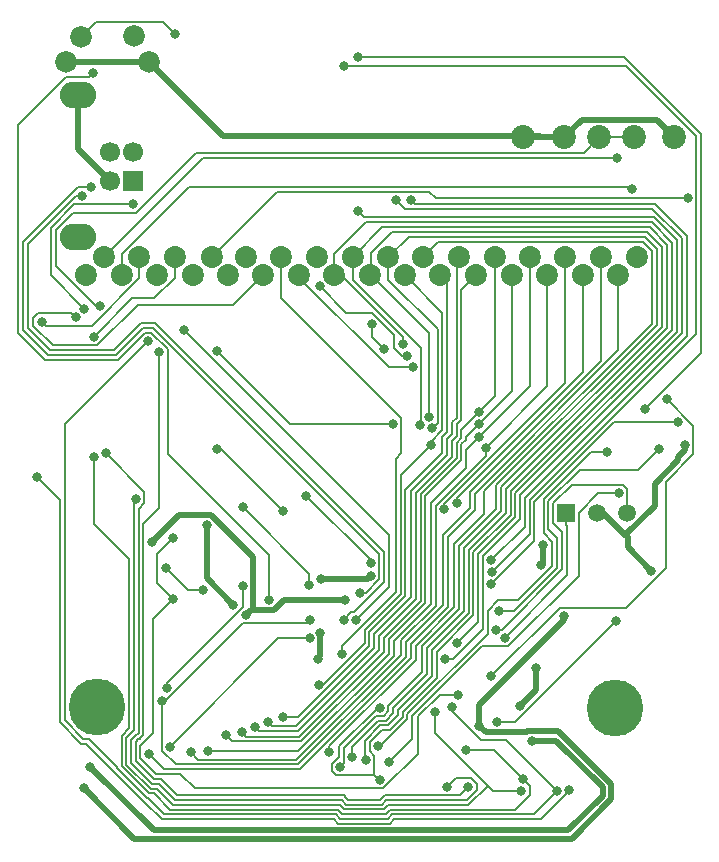
<source format=gbr>
%TF.GenerationSoftware,KiCad,Pcbnew,(6.0.2)*%
%TF.CreationDate,2022-08-25T20:59:28-05:00*%
%TF.ProjectId,REF1479,52454631-3437-4392-9e6b-696361645f70,rev?*%
%TF.SameCoordinates,Original*%
%TF.FileFunction,Copper,L2,Bot*%
%TF.FilePolarity,Positive*%
%FSLAX46Y46*%
G04 Gerber Fmt 4.6, Leading zero omitted, Abs format (unit mm)*
G04 Created by KiCad (PCBNEW (6.0.2)) date 2022-08-25 20:59:28*
%MOMM*%
%LPD*%
G01*
G04 APERTURE LIST*
%TA.AperFunction,ComponentPad*%
%ADD10R,1.500000X1.500000*%
%TD*%
%TA.AperFunction,ComponentPad*%
%ADD11C,1.500000*%
%TD*%
%TA.AperFunction,ComponentPad*%
%ADD12C,2.020000*%
%TD*%
%TA.AperFunction,ComponentPad*%
%ADD13C,1.830000*%
%TD*%
%TA.AperFunction,ComponentPad*%
%ADD14R,1.700000X1.700000*%
%TD*%
%TA.AperFunction,ComponentPad*%
%ADD15C,1.700000*%
%TD*%
%TA.AperFunction,ComponentPad*%
%ADD16O,3.090000X2.250000*%
%TD*%
%TA.AperFunction,ComponentPad*%
%ADD17C,1.860000*%
%TD*%
%TA.AperFunction,ComponentPad*%
%ADD18C,4.800000*%
%TD*%
%TA.AperFunction,ViaPad*%
%ADD19C,0.800000*%
%TD*%
%TA.AperFunction,Conductor*%
%ADD20C,0.200000*%
%TD*%
%TA.AperFunction,Conductor*%
%ADD21C,0.500000*%
%TD*%
G04 APERTURE END LIST*
D10*
%TO.P,Y1,1,1*%
%TO.N,/40MHz.Pin1*%
X168694000Y-96045000D03*
D11*
%TO.P,Y1,2,2*%
%TO.N,/GND*%
X171271000Y-96048000D03*
%TO.P,Y1,3,3*%
%TO.N,/40MHz.Pin3*%
X173853400Y-96048000D03*
%TD*%
D12*
%TO.P,J2,1,A*%
%TO.N,/GND*%
X168532000Y-64257000D03*
%TO.P,J2,2,B*%
%TO.N,/Switch*%
X171505000Y-64260000D03*
%TO.P,J2,3,C*%
X174408000Y-64259000D03*
%TO.P,J2,4,Case_GND*%
%TO.N,/GND*%
X165075000Y-64259000D03*
%TO.P,J2,5,Case_GND*%
X177857000Y-64261000D03*
%TD*%
D13*
%TO.P,SW1,1,1*%
%TO.N,/GND*%
X126373000Y-57885500D03*
%TO.P,SW1,2,2*%
%TO.N,/Button*%
X127646000Y-55742500D03*
%TO.P,SW1,3,3*%
%TO.N,/GND*%
X132097000Y-55702500D03*
%TO.P,SW1,4,4*%
X133403000Y-57885500D03*
%TD*%
D14*
%TO.P,J1,1,VBUS*%
%TO.N,/USB.VBUS*%
X132055000Y-67964000D03*
D15*
%TO.P,J1,2,D-*%
%TO.N,/USB.D-*%
X132055000Y-65464000D03*
%TO.P,J1,3,D+*%
%TO.N,/USB.D+*%
X130055000Y-65464000D03*
%TO.P,J1,4,GND*%
%TO.N,/GND*%
X130055000Y-67964000D03*
D16*
%TO.P,J1,5,Shield*%
X127345000Y-72734000D03*
X127345000Y-60694000D03*
%TD*%
D17*
%TO.P,J4,1,+3.3V/+5V*%
%TO.N,/VCC*%
X174672000Y-74406000D03*
%TO.P,J4,2,Clock*%
%TO.N,/Clk*%
X173125500Y-75914000D03*
%TO.P,J4,3,/WR*%
%TO.N,/Write*%
X171657100Y-74405900D03*
%TO.P,J4,4,/RD*%
%TO.N,/Rd_Game*%
X170109000Y-75912000D03*
%TO.P,J4,5,/CS.ROM*%
%TO.N,/CS.Rom.Game*%
X168639000Y-74406000D03*
%TO.P,J4,6,AD0*%
%TO.N,/AD0*%
X167093000Y-75914000D03*
%TO.P,J4,7,AD1*%
%TO.N,/AD1*%
X165624600Y-74405900D03*
%TO.P,J4,8,AD2*%
%TO.N,/AD2*%
X164075000Y-75913000D03*
%TO.P,J4,9,AD3*%
%TO.N,/AD3*%
X162649000Y-74407000D03*
%TO.P,J4,10,AD4*%
%TO.N,/AD4*%
X161100200Y-75914000D03*
%TO.P,J4,11,AD5*%
%TO.N,/AD5*%
X159592100Y-74405900D03*
%TO.P,J4,12,AD6*%
%TO.N,/AD6*%
X158040000Y-75914000D03*
%TO.P,J4,13,AD7*%
%TO.N,/AD7*%
X156575800Y-74405900D03*
%TO.P,J4,14,AD8*%
%TO.N,/AD8*%
X155026000Y-75914000D03*
%TO.P,J4,15,AD9*%
%TO.N,/AD9*%
X153640000Y-74405000D03*
%TO.P,J4,16,AD10*%
%TO.N,/AD10*%
X152089000Y-75915000D03*
%TO.P,J4,17,AD11*%
%TO.N,/AD11*%
X150619000Y-74406000D03*
%TO.P,J4,18,AD12*%
%TO.N,/AD12*%
X149074000Y-75913000D03*
%TO.P,J4,19,AD13*%
%TO.N,/AD13*%
X147605000Y-74407000D03*
%TO.P,J4,20,AD14*%
%TO.N,/AD14*%
X146057000Y-75915000D03*
%TO.P,J4,21,AD15*%
%TO.N,/AD15*%
X144589000Y-74405000D03*
%TO.P,J4,22,A16*%
%TO.N,/A16*%
X143044000Y-75913000D03*
%TO.P,J4,23,A17*%
%TO.N,/A17*%
X141611000Y-74404000D03*
%TO.P,J4,24,A18*%
%TO.N,/A18*%
X140067000Y-75914000D03*
%TO.P,J4,25,A19*%
%TO.N,/A19*%
X138676000Y-74409000D03*
%TO.P,J4,26,A20*%
%TO.N,/A20*%
X137125000Y-75912000D03*
%TO.P,J4,27,A21*%
%TO.N,/A21*%
X135580000Y-74407000D03*
%TO.P,J4,28,A22*%
%TO.N,/A22*%
X134073000Y-75914000D03*
%TO.P,J4,29,A23*%
%TO.N,/A23*%
X132566000Y-74407000D03*
%TO.P,J4,30,/CS.SRAM*%
%TO.N,/CS.SRAM*%
X131059000Y-75922000D03*
%TO.P,J4,31,/REQ*%
%TO.N,/REQ*%
X129544000Y-74407000D03*
%TO.P,J4,32,GND*%
%TO.N,/GND*%
X128040500Y-75914000D03*
%TD*%
D18*
%TO.P,REF1,1*%
%TO.N,N/C*%
X128945000Y-112498000D03*
%TD*%
%TO.P,REF2,1*%
%TO.N,N/C*%
X172809000Y-112540000D03*
%TD*%
D19*
%TO.N,/Cy.P0-4*%
X176534500Y-90640400D03*
X163051200Y-104333400D03*
%TO.N,/Cy.P0-5*%
X127743800Y-69200500D03*
X149883100Y-105090600D03*
%TO.N,/Cy.P0-6*%
X151220300Y-102837200D03*
X128444000Y-68477800D03*
%TO.N,/Cy.P0-7*%
X178145200Y-88366000D03*
X162347300Y-102104300D03*
%TO.N,/Cy.P1-1*%
X149845500Y-58223700D03*
X162379000Y-101082500D03*
%TO.N,/Cy.P1-3*%
X151114500Y-57495600D03*
X175361900Y-87269900D03*
%TO.N,/Cy.P1-0*%
X155579800Y-69578600D03*
X162364300Y-100066000D03*
%TO.N,/Cy.P0-3*%
X162324700Y-109885000D03*
X177211500Y-86410700D03*
%TO.N,/Cy.P0-2*%
X151052200Y-70474200D03*
X159466800Y-107073100D03*
%TO.N,/Cy.P0-0*%
X154318900Y-69572300D03*
X158425300Y-108451200D03*
%TO.N,/CS.Rom.Game*%
X158363300Y-95765700D03*
%TO.N,/Rd_Game*%
X159469100Y-95248700D03*
%TO.N,/REQ*%
X173003500Y-66025100D03*
%TO.N,/CS.SRAM*%
X174231200Y-68665400D03*
%TO.N,/A23*%
X168975000Y-119508900D03*
X123905700Y-93004600D03*
X124288700Y-79877200D03*
%TO.N,/A22*%
X167908000Y-119613200D03*
X159042500Y-112494000D03*
X133294000Y-81507900D03*
%TO.N,/A21*%
X165071600Y-118619400D03*
X160185900Y-116166900D03*
X128699200Y-91330200D03*
X128699200Y-81143500D03*
%TO.N,/A20*%
X164913000Y-119629200D03*
X157594300Y-112891200D03*
X132060600Y-69863900D03*
X127913700Y-78772800D03*
X132280700Y-94902200D03*
%TO.N,/A19*%
X162824500Y-113793700D03*
X172943900Y-105244100D03*
X178972800Y-69377300D03*
%TO.N,/A18*%
X150883300Y-105162900D03*
X136378400Y-80567800D03*
%TO.N,/A17*%
X134237200Y-82451000D03*
X160416000Y-119229100D03*
%TO.N,/A16*%
X158631100Y-119226900D03*
X129724000Y-91009700D03*
X127196700Y-79480500D03*
%TO.N,/CS.Rom.Sys*%
X134877000Y-110877600D03*
X141298300Y-102263000D03*
%TO.N,/Rd_Sys*%
X135171400Y-115844900D03*
X146968700Y-106685800D03*
%TO.N,/Write*%
X134465000Y-112008900D03*
X146971200Y-105132000D03*
%TO.N,/Clk*%
X133366400Y-116500300D03*
%TO.N,/40MHz.Pin3*%
X162760000Y-105964300D03*
%TO.N,/40MHz.Pin1*%
X163489800Y-106664400D03*
%TO.N,/Const_high*%
X137966400Y-102571300D03*
X134793900Y-100696300D03*
%TO.N,/VCC_Internal*%
X166138000Y-109223500D03*
X164772600Y-112390100D03*
X165795700Y-115337500D03*
X128398200Y-117531500D03*
X133630000Y-98549300D03*
X141606600Y-104691600D03*
X149986000Y-103401500D03*
%TO.N,/SST.A16*%
X152238200Y-80071700D03*
X153308700Y-82211300D03*
%TO.N,/AD15*%
X149687900Y-107999800D03*
%TO.N,/AD7*%
X148659200Y-116293500D03*
%TO.N,/AD14*%
X153707300Y-117161400D03*
X173169600Y-94375100D03*
X155699400Y-83742700D03*
%TO.N,/AD6*%
X144721400Y-113357800D03*
%TO.N,/AD13*%
X152790400Y-115816400D03*
X172196700Y-90865800D03*
X147824500Y-76840700D03*
X155231700Y-82795700D03*
%TO.N,/AD5*%
X143455900Y-113753100D03*
%TO.N,/AD12*%
X152941500Y-112538300D03*
X152909000Y-118663100D03*
X154848500Y-81779500D03*
%TO.N,/AD4*%
X142336100Y-114193400D03*
%TO.N,/VCC*%
X147897300Y-106200000D03*
X147672500Y-108386100D03*
X147936000Y-101670700D03*
X152186000Y-101398300D03*
X166752800Y-98740600D03*
X127852000Y-119364900D03*
X161349900Y-114113700D03*
X166584600Y-100440900D03*
X168538700Y-104810000D03*
%TO.N,/AD11*%
X156363200Y-88577400D03*
X151750600Y-116978100D03*
%TO.N,/AD3*%
X161326300Y-87496200D03*
X141218000Y-114593600D03*
%TO.N,/AD10*%
X157116300Y-87898700D03*
X150557600Y-116736800D03*
%TO.N,/AD2*%
X161334600Y-88496400D03*
X139887100Y-114890900D03*
%TO.N,/AD9*%
X149563400Y-117565700D03*
X157363400Y-88898900D03*
%TO.N,/AD1*%
X161342800Y-89621300D03*
X138377900Y-116243000D03*
%TO.N,/AD8*%
X157228500Y-90340900D03*
X147766400Y-110606600D03*
%TO.N,/AD0*%
X161886600Y-90542800D03*
X136916600Y-116295300D03*
%TO.N,/SST.A1*%
X141322100Y-95589000D03*
X146964900Y-102135700D03*
%TO.N,/SST.A5*%
X139113000Y-90673100D03*
X144730900Y-95890400D03*
%TO.N,/SST.A17*%
X139117900Y-82334400D03*
X154008800Y-88545800D03*
%TO.N,/SST.A18*%
X146692100Y-94620800D03*
X152152500Y-100310500D03*
%TO.N,/Button*%
X128662300Y-58852200D03*
X143555100Y-103450500D03*
X135606400Y-55522000D03*
%TO.N,/Switch*%
X129206000Y-78527800D03*
X135429800Y-98165500D03*
X135429100Y-103325300D03*
X159557900Y-111488700D03*
%TO.N,/GND*%
X175904200Y-100945200D03*
X178774900Y-90319200D03*
X138259500Y-97107800D03*
X140484000Y-103828900D03*
%TD*%
D20*
%TO.N,/Cy.P0-4*%
X164293800Y-104333400D02*
X163051200Y-104333400D01*
X167939800Y-100687400D02*
X164293800Y-104333400D01*
X167939800Y-98171700D02*
X167939800Y-100687400D01*
X167192000Y-97423900D02*
X167939800Y-98171700D01*
X167192000Y-95051000D02*
X167192000Y-97423900D01*
X169830800Y-92412200D02*
X167192000Y-95051000D01*
X174762700Y-92412200D02*
X169830800Y-92412200D01*
X176534500Y-90640400D02*
X174762700Y-92412200D01*
%TO.N,/Cy.P0-5*%
X150510900Y-104462800D02*
X149883100Y-105090600D01*
X150710700Y-104462800D02*
X150510900Y-104462800D01*
X153286200Y-101887300D02*
X150710700Y-104462800D01*
X153286200Y-99378400D02*
X153286200Y-101887300D01*
X133915400Y-80007600D02*
X153286200Y-99378400D01*
X132672700Y-80007600D02*
X133915400Y-80007600D01*
X130396900Y-82283400D02*
X132672700Y-80007600D01*
X125018700Y-82283400D02*
X130396900Y-82283400D01*
X123112100Y-80376800D02*
X125018700Y-82283400D01*
X123112100Y-73297600D02*
X123112100Y-80376800D01*
X127209200Y-69200500D02*
X123112100Y-73297600D01*
X127743800Y-69200500D02*
X127209200Y-69200500D01*
%TO.N,/Cy.P0-6*%
X151220300Y-102837100D02*
X151220300Y-102837200D01*
X151737300Y-102837100D02*
X151220300Y-102837100D01*
X152886100Y-101688300D02*
X151737300Y-102837100D01*
X152886100Y-99544000D02*
X152886100Y-101688300D01*
X133749800Y-80407700D02*
X152886100Y-99544000D01*
X132838400Y-80407700D02*
X133749800Y-80407700D01*
X130562600Y-82683500D02*
X132838400Y-80407700D01*
X124786100Y-82683500D02*
X130562600Y-82683500D01*
X122712000Y-80609400D02*
X124786100Y-82683500D01*
X122712000Y-73127600D02*
X122712000Y-80609400D01*
X127361800Y-68477800D02*
X122712000Y-73127600D01*
X128444000Y-68477800D02*
X127361800Y-68477800D01*
%TO.N,/Cy.P0-7*%
X165994700Y-98456900D02*
X162347300Y-102104300D01*
X165994700Y-95116600D02*
X165994700Y-98456900D01*
X172745300Y-88366000D02*
X165994700Y-95116600D01*
X178145200Y-88366000D02*
X172745300Y-88366000D01*
%TO.N,/Cy.P1-1*%
X165594500Y-97867000D02*
X162379000Y-101082500D01*
X165594500Y-94951000D02*
X165594500Y-97867000D01*
X179676400Y-80869100D02*
X165594500Y-94951000D01*
X179676400Y-64169500D02*
X179676400Y-80869100D01*
X173730600Y-58223700D02*
X179676400Y-64169500D01*
X149845500Y-58223700D02*
X173730600Y-58223700D01*
%TO.N,/Cy.P1-3*%
X173568300Y-57495600D02*
X151114500Y-57495600D01*
X180076500Y-64003800D02*
X173568300Y-57495600D01*
X180076500Y-82555300D02*
X180076500Y-64003800D01*
X175361900Y-87269900D02*
X180076500Y-82555300D01*
%TO.N,/Cy.P1-0*%
X165194400Y-97235900D02*
X162364300Y-100066000D01*
X165194400Y-94785300D02*
X165194400Y-97235900D01*
X178900100Y-81079600D02*
X165194400Y-94785300D01*
X178900100Y-72605000D02*
X178900100Y-81079600D01*
X176197400Y-69902300D02*
X178900100Y-72605000D01*
X155903500Y-69902300D02*
X176197400Y-69902300D01*
X155579800Y-69578600D02*
X155903500Y-69902300D01*
%TO.N,/Cy.P0-3*%
X179475000Y-88674200D02*
X177211500Y-86410700D01*
X179475000Y-91057900D02*
X179475000Y-88674200D01*
X177129800Y-93403100D02*
X179475000Y-91057900D01*
X177129800Y-100710000D02*
X177129800Y-93403100D01*
X173766300Y-104073500D02*
X177129800Y-100710000D01*
X168136200Y-104073500D02*
X173766300Y-104073500D01*
X162324700Y-109885000D02*
X168136200Y-104073500D01*
%TO.N,/Cy.P0-2*%
X161242100Y-105297800D02*
X159466800Y-107073100D01*
X161242100Y-99526100D02*
X161242100Y-105297800D01*
X164394200Y-96374000D02*
X161242100Y-99526100D01*
X164394200Y-94396000D02*
X164394200Y-96374000D01*
X178066900Y-80723300D02*
X164394200Y-94396000D01*
X178066900Y-72936700D02*
X178066900Y-80723300D01*
X176128600Y-70998400D02*
X178066900Y-72936700D01*
X151576400Y-70998400D02*
X176128600Y-70998400D01*
X151052200Y-70474200D02*
X151576400Y-70998400D01*
%TO.N,/Cy.P0-0*%
X159083700Y-108451200D02*
X158425300Y-108451200D01*
X161642200Y-105892700D02*
X159083700Y-108451200D01*
X161642200Y-99691800D02*
X161642200Y-105892700D01*
X164794300Y-96539700D02*
X161642200Y-99691800D01*
X164794300Y-94561700D02*
X164794300Y-96539700D01*
X178490000Y-80866000D02*
X164794300Y-94561700D01*
X178490000Y-72794000D02*
X178490000Y-80866000D01*
X175998400Y-70302400D02*
X178490000Y-72794000D01*
X155049000Y-70302400D02*
X175998400Y-70302400D01*
X154318900Y-69572300D02*
X155049000Y-70302400D01*
%TO.N,/CS.Rom.Game*%
X158363300Y-95332400D02*
X158363300Y-95765700D01*
X168639000Y-85056700D02*
X158363300Y-95332400D01*
X168639000Y-74406000D02*
X168639000Y-85056700D01*
%TO.N,/Rd_Game*%
X159469100Y-94792400D02*
X159469100Y-95248700D01*
X170109000Y-84152500D02*
X159469100Y-94792400D01*
X170109000Y-75912000D02*
X170109000Y-84152500D01*
%TO.N,/REQ*%
X137925900Y-66025100D02*
X173003500Y-66025100D01*
X129544000Y-74407000D02*
X137925900Y-66025100D01*
%TO.N,/CS.SRAM*%
X174015700Y-68449900D02*
X174231200Y-68665400D01*
X136771800Y-68449900D02*
X174015700Y-68449900D01*
X131059000Y-74162700D02*
X136771800Y-68449900D01*
X131059000Y-75922000D02*
X131059000Y-74162700D01*
%TO.N,/A23*%
X124639900Y-80228400D02*
X124288700Y-79877200D01*
X128537200Y-80228400D02*
X124639900Y-80228400D01*
X132566000Y-76199600D02*
X128537200Y-80228400D01*
X132566000Y-74407000D02*
X132566000Y-76199600D01*
X168975000Y-119574500D02*
X168975000Y-119508900D01*
X166573900Y-121975600D02*
X168975000Y-119574500D01*
X154143300Y-121975600D02*
X166573900Y-121975600D01*
X153758300Y-122360600D02*
X154143300Y-121975600D01*
X149417300Y-122360600D02*
X153758300Y-122360600D01*
X149032300Y-121975600D02*
X149417300Y-122360600D01*
X134441800Y-121975600D02*
X149032300Y-121975600D01*
X133079500Y-120613300D02*
X134441800Y-121975600D01*
X133008300Y-120613300D02*
X133079500Y-120613300D01*
X130250900Y-117855900D02*
X133008300Y-120613300D01*
X130250900Y-117784700D02*
X130250900Y-117855900D01*
X128064400Y-115598200D02*
X130250900Y-117784700D01*
X127660900Y-115598200D02*
X128064400Y-115598200D01*
X125844800Y-113782100D02*
X127660900Y-115598200D01*
X125844800Y-94943700D02*
X125844800Y-113782100D01*
X123905700Y-93004600D02*
X125844800Y-94943700D01*
%TO.N,/A22*%
X159042500Y-112819500D02*
X159042500Y-112494000D01*
X161492900Y-115269900D02*
X159042500Y-112819500D01*
X163564700Y-115269900D02*
X161492900Y-115269900D01*
X167908000Y-119613200D02*
X163564700Y-115269900D01*
X165945700Y-121575500D02*
X167908000Y-119613200D01*
X153977600Y-121575500D02*
X165945700Y-121575500D01*
X153592600Y-121960500D02*
X153977600Y-121575500D01*
X149583000Y-121960500D02*
X153592600Y-121960500D01*
X149198000Y-121575500D02*
X149583000Y-121960500D01*
X134632600Y-121575500D02*
X149198000Y-121575500D01*
X133270300Y-120213200D02*
X134632600Y-121575500D01*
X133174000Y-120213200D02*
X133270300Y-120213200D01*
X130651000Y-117690200D02*
X133174000Y-120213200D01*
X130651000Y-117593900D02*
X130651000Y-117690200D01*
X128255200Y-115198100D02*
X130651000Y-117593900D01*
X127826600Y-115198100D02*
X128255200Y-115198100D01*
X126244900Y-113616400D02*
X127826600Y-115198100D01*
X126244900Y-88557000D02*
X126244900Y-113616400D01*
X133294000Y-81507900D02*
X126244900Y-88557000D01*
%TO.N,/A21*%
X131939900Y-77902800D02*
X128699200Y-81143500D01*
X133824300Y-77902800D02*
X131939900Y-77902800D01*
X135580000Y-76147100D02*
X133824300Y-77902800D01*
X135580000Y-74407000D02*
X135580000Y-76147100D01*
X162619100Y-116166900D02*
X160185900Y-116166900D01*
X165071600Y-118619400D02*
X162619100Y-116166900D01*
X165643900Y-119191700D02*
X165071600Y-118619400D01*
X165643900Y-119936400D02*
X165643900Y-119191700D01*
X164404900Y-121175400D02*
X165643900Y-119936400D01*
X153811900Y-121175400D02*
X164404900Y-121175400D01*
X153426900Y-121560400D02*
X153811900Y-121175400D01*
X149748700Y-121560400D02*
X153426900Y-121560400D01*
X149363700Y-121175400D02*
X149748700Y-121560400D01*
X135190800Y-121175400D02*
X149363700Y-121175400D01*
X133828500Y-119813100D02*
X135190800Y-121175400D01*
X133339700Y-119813100D02*
X133828500Y-119813100D01*
X131051100Y-117524500D02*
X133339700Y-119813100D01*
X131051100Y-114925100D02*
X131051100Y-117524500D01*
X131693100Y-114283100D02*
X131051100Y-114925100D01*
X131693100Y-99974200D02*
X131693100Y-114283100D01*
X128699200Y-96980300D02*
X131693100Y-99974200D01*
X128699200Y-91330200D02*
X128699200Y-96980300D01*
%TO.N,/A20*%
X162544100Y-119629200D02*
X162059200Y-119144300D01*
X164913000Y-119629200D02*
X162544100Y-119629200D01*
X157594300Y-114679400D02*
X157594300Y-112891200D01*
X162059200Y-119144300D02*
X157594300Y-114679400D01*
X125070900Y-75930000D02*
X127913700Y-78772800D01*
X125070900Y-71921200D02*
X125070900Y-75930000D01*
X127050600Y-69941500D02*
X125070900Y-71921200D01*
X131983000Y-69941500D02*
X127050600Y-69941500D01*
X132060600Y-69863900D02*
X131983000Y-69941500D01*
X160428200Y-120775300D02*
X162059200Y-119144300D01*
X153646200Y-120775300D02*
X160428200Y-120775300D01*
X153261200Y-121160300D02*
X153646200Y-120775300D01*
X149914400Y-121160300D02*
X153261200Y-121160300D01*
X149529400Y-120775300D02*
X149914400Y-121160300D01*
X135381900Y-120775300D02*
X149529400Y-120775300D01*
X134019600Y-119413000D02*
X135381900Y-120775300D01*
X133505400Y-119413000D02*
X134019600Y-119413000D01*
X131451200Y-117358800D02*
X133505400Y-119413000D01*
X131451200Y-115090800D02*
X131451200Y-117358800D01*
X132093200Y-114448800D02*
X131451200Y-115090800D01*
X132093200Y-95089700D02*
X132093200Y-114448800D01*
X132280700Y-94902200D02*
X132093200Y-95089700D01*
%TO.N,/A19*%
X164394300Y-113793700D02*
X172943900Y-105244100D01*
X162824500Y-113793700D02*
X164394300Y-113793700D01*
X157636300Y-69377300D02*
X178972800Y-69377300D01*
X157109000Y-68850000D02*
X157636300Y-69377300D01*
X144235000Y-68850000D02*
X157109000Y-68850000D01*
X138676000Y-74409000D02*
X144235000Y-68850000D01*
%TO.N,/A18*%
X153686300Y-102359900D02*
X150883300Y-105162900D01*
X153686300Y-97919500D02*
X153686300Y-102359900D01*
X136378400Y-80611600D02*
X153686300Y-97919500D01*
X136378400Y-80567800D02*
X136378400Y-80611600D01*
%TO.N,/A17*%
X159685100Y-119960000D02*
X160416000Y-119229100D01*
X153329900Y-119960000D02*
X159685100Y-119960000D01*
X152929800Y-120360100D02*
X153329900Y-119960000D01*
X150245800Y-120360100D02*
X152929800Y-120360100D01*
X150011400Y-120125700D02*
X150245800Y-120360100D01*
X150011400Y-119960000D02*
X150011400Y-120125700D01*
X135749800Y-119960000D02*
X150011400Y-119960000D01*
X134402600Y-118612800D02*
X135749800Y-119960000D01*
X133836800Y-118612800D02*
X134402600Y-118612800D01*
X132251400Y-117027400D02*
X133836800Y-118612800D01*
X132251400Y-115422200D02*
X132251400Y-117027400D01*
X132485800Y-115187800D02*
X132251400Y-115422200D01*
X132651500Y-115187800D02*
X132485800Y-115187800D01*
X132651500Y-115107700D02*
X132651500Y-115187800D01*
X132893500Y-114865700D02*
X132651500Y-115107700D01*
X132893500Y-97014700D02*
X132893500Y-114865700D01*
X134237200Y-95671000D02*
X132893500Y-97014700D01*
X134237200Y-82451000D02*
X134237200Y-95671000D01*
%TO.N,/A16*%
X126808300Y-79092100D02*
X127196700Y-79480500D01*
X124021600Y-79092100D02*
X126808300Y-79092100D01*
X123564400Y-79549300D02*
X124021600Y-79092100D01*
X123564400Y-80190900D02*
X123564400Y-79549300D01*
X125256800Y-81883300D02*
X123564400Y-80190900D01*
X128999200Y-81883300D02*
X125256800Y-81883300D01*
X132438100Y-78444400D02*
X128999200Y-81883300D01*
X140512600Y-78444400D02*
X132438100Y-78444400D01*
X143044000Y-75913000D02*
X140512600Y-78444400D01*
X159375000Y-118483000D02*
X158631100Y-119226900D01*
X160665700Y-118483000D02*
X159375000Y-118483000D01*
X161155100Y-118972400D02*
X160665700Y-118483000D01*
X161155100Y-119482600D02*
X161155100Y-118972400D01*
X160262500Y-120375200D02*
X161155100Y-119482600D01*
X153480500Y-120375200D02*
X160262500Y-120375200D01*
X153095500Y-120760200D02*
X153480500Y-120375200D01*
X150080100Y-120760200D02*
X153095500Y-120760200D01*
X149695100Y-120375200D02*
X150080100Y-120760200D01*
X135596700Y-120375200D02*
X149695100Y-120375200D01*
X134234400Y-119012900D02*
X135596700Y-120375200D01*
X133671100Y-119012900D02*
X134234400Y-119012900D01*
X131851300Y-117193100D02*
X133671100Y-119012900D01*
X131851300Y-115256500D02*
X131851300Y-117193100D01*
X132320100Y-114787700D02*
X131851300Y-115256500D01*
X132405700Y-114787700D02*
X132320100Y-114787700D01*
X132493300Y-114700100D02*
X132405700Y-114787700D01*
X132493300Y-95689600D02*
X132493300Y-114700100D01*
X132980900Y-95202000D02*
X132493300Y-95689600D01*
X132980900Y-94266600D02*
X132980900Y-95202000D01*
X129724000Y-91009700D02*
X132980900Y-94266600D01*
%TO.N,/CS.Rom.Sys*%
X134877000Y-110431200D02*
X134877000Y-110877600D01*
X141298300Y-104009900D02*
X134877000Y-110431200D01*
X141298300Y-102263000D02*
X141298300Y-104009900D01*
%TO.N,/Rd_Sys*%
X144330500Y-106685800D02*
X146968700Y-106685800D01*
X135171400Y-115844900D02*
X144330500Y-106685800D01*
%TO.N,/Write*%
X146711500Y-105391700D02*
X146971200Y-105132000D01*
X141352900Y-105391700D02*
X146711500Y-105391700D01*
X134735700Y-112008900D02*
X141352900Y-105391700D01*
X134465000Y-112008900D02*
X134735700Y-112008900D01*
X134465000Y-116179800D02*
X134465000Y-112008900D01*
X135628400Y-117343200D02*
X134465000Y-116179800D01*
X146015100Y-117343200D02*
X135628400Y-117343200D01*
X155142500Y-108215800D02*
X146015100Y-117343200D01*
X155142500Y-106986200D02*
X155142500Y-108215800D01*
X158286000Y-103842700D02*
X155142500Y-106986200D01*
X158286000Y-97955800D02*
X158286000Y-103842700D01*
X160562300Y-95679500D02*
X158286000Y-97955800D01*
X160562300Y-94267300D02*
X160562300Y-95679500D01*
X171657100Y-83172500D02*
X160562300Y-94267300D01*
X171657100Y-74405900D02*
X171657100Y-83172500D01*
%TO.N,/Clk*%
X134609400Y-117743300D02*
X133366400Y-116500300D01*
X146180800Y-117743300D02*
X134609400Y-117743300D01*
X155542600Y-108381500D02*
X146180800Y-117743300D01*
X155542600Y-107151900D02*
X155542600Y-108381500D01*
X158686100Y-104008400D02*
X155542600Y-107151900D01*
X158686100Y-98121500D02*
X158686100Y-104008400D01*
X160962400Y-95845200D02*
X158686100Y-98121500D01*
X160962400Y-94433000D02*
X160962400Y-95845200D01*
X173125500Y-82269900D02*
X160962400Y-94433000D01*
X173125500Y-75914000D02*
X173125500Y-82269900D01*
%TO.N,/40MHz.Pin3*%
X173881700Y-96019700D02*
X173853400Y-96048000D01*
X173881700Y-94030600D02*
X173881700Y-96019700D01*
X173509800Y-93658700D02*
X173881700Y-94030600D01*
X169150000Y-93658700D02*
X173509800Y-93658700D01*
X167595000Y-95213700D02*
X169150000Y-93658700D01*
X167595000Y-96895100D02*
X167595000Y-95213700D01*
X168383500Y-97683600D02*
X167595000Y-96895100D01*
X168383500Y-100828000D02*
X168383500Y-97683600D01*
X163247200Y-105964300D02*
X168383500Y-100828000D01*
X162760000Y-105964300D02*
X163247200Y-105964300D01*
%TO.N,/40MHz.Pin1*%
X168800500Y-97201600D02*
X168694000Y-97095100D01*
X168800500Y-101353700D02*
X168800500Y-97201600D01*
X163489800Y-106664400D02*
X168800500Y-101353700D01*
X168694000Y-96045000D02*
X168694000Y-97095100D01*
%TO.N,/Const_high*%
X136668900Y-102571300D02*
X134793900Y-100696300D01*
X137966400Y-102571300D02*
X136668900Y-102571300D01*
D21*
%TO.N,/VCC_Internal*%
X167868100Y-115337500D02*
X165795700Y-115337500D01*
X171804700Y-119274100D02*
X167868100Y-115337500D01*
X171804700Y-119999300D02*
X171804700Y-119274100D01*
X168878200Y-122925800D02*
X171804700Y-119999300D01*
X133792500Y-122925800D02*
X168878200Y-122925800D01*
X128398200Y-117531500D02*
X133792500Y-122925800D01*
X144845600Y-103401500D02*
X149986000Y-103401500D01*
X143927600Y-104319500D02*
X144845600Y-103401500D01*
X142148400Y-104319500D02*
X143927600Y-104319500D01*
X141978700Y-104319500D02*
X142148400Y-104319500D01*
X141606600Y-104691600D02*
X141978700Y-104319500D01*
X135951200Y-96228100D02*
X133630000Y-98549300D01*
X138594600Y-96228100D02*
X135951200Y-96228100D01*
X142148400Y-99781900D02*
X138594600Y-96228100D01*
X142148400Y-104319500D02*
X142148400Y-99781900D01*
X166138000Y-111024700D02*
X164772600Y-112390100D01*
X166138000Y-109223500D02*
X166138000Y-111024700D01*
D20*
%TO.N,/SST.A16*%
X152238200Y-81140800D02*
X152238200Y-80071700D01*
X153308700Y-82211300D02*
X152238200Y-81140800D01*
%TO.N,/AD15*%
X149687900Y-107348600D02*
X149687900Y-107999800D01*
X154285000Y-102751500D02*
X149687900Y-107348600D01*
X154285000Y-91468700D02*
X154285000Y-102751500D01*
X154734700Y-91019000D02*
X154285000Y-91468700D01*
X154734700Y-88037800D02*
X154734700Y-91019000D01*
X144589000Y-77892100D02*
X154734700Y-88037800D01*
X144589000Y-74405000D02*
X144589000Y-77892100D01*
%TO.N,/AD7*%
X148659200Y-115830600D02*
X148659200Y-116293500D01*
X155942700Y-108547100D02*
X148659200Y-115830600D01*
X155942700Y-107317600D02*
X155942700Y-108547100D01*
X159241600Y-104018700D02*
X155942700Y-107317600D01*
X159241600Y-98697600D02*
X159241600Y-104018700D01*
X161762600Y-96176600D02*
X159241600Y-98697600D01*
X161762600Y-94198600D02*
X161762600Y-96176600D01*
X175935700Y-80025500D02*
X161762600Y-94198600D01*
X175935700Y-73921100D02*
X175935700Y-80025500D01*
X175170300Y-73155700D02*
X175935700Y-73921100D01*
X157826000Y-73155700D02*
X175170300Y-73155700D01*
X156575800Y-74405900D02*
X157826000Y-73155700D01*
%TO.N,/AD14*%
X153672400Y-83742700D02*
X155699400Y-83742700D01*
X146057000Y-76127300D02*
X153672400Y-83742700D01*
X146057000Y-75915000D02*
X146057000Y-76127300D01*
X155642300Y-115226400D02*
X153707300Y-117161400D01*
X155642300Y-113261600D02*
X155642300Y-115226400D01*
X161539400Y-107364500D02*
X155642300Y-113261600D01*
X163805300Y-107364500D02*
X161539400Y-107364500D01*
X169744200Y-101425600D02*
X163805300Y-107364500D01*
X169744200Y-96046900D02*
X169744200Y-101425600D01*
X171416000Y-94375100D02*
X169744200Y-96046900D01*
X173169600Y-94375100D02*
X171416000Y-94375100D01*
%TO.N,/AD6*%
X146014700Y-113357800D02*
X144721400Y-113357800D01*
X152038500Y-107334000D02*
X146014700Y-113357800D01*
X152038500Y-106129600D02*
X152038500Y-107334000D01*
X155085200Y-103082900D02*
X152038500Y-106129600D01*
X155085200Y-94084100D02*
X155085200Y-103082900D01*
X158216600Y-90952700D02*
X155085200Y-94084100D01*
X158216600Y-89601700D02*
X158216600Y-90952700D01*
X158616700Y-89201600D02*
X158216600Y-89601700D01*
X158616700Y-76490700D02*
X158616700Y-89201600D01*
X158040000Y-75914000D02*
X158616700Y-76490700D01*
%TO.N,/AD13*%
X150079100Y-79095300D02*
X147824500Y-76840700D01*
X152256300Y-79095300D02*
X150079100Y-79095300D01*
X154127800Y-80966800D02*
X152256300Y-79095300D01*
X154127800Y-82110200D02*
X154127800Y-80966800D01*
X154813300Y-82795700D02*
X154127800Y-82110200D01*
X155231700Y-82795700D02*
X154813300Y-82795700D01*
X152955400Y-115816400D02*
X152790400Y-115816400D01*
X155242100Y-113529700D02*
X152955400Y-115816400D01*
X155242100Y-113096000D02*
X155242100Y-113529700D01*
X162042300Y-106295800D02*
X155242100Y-113096000D01*
X162042300Y-104332000D02*
X162042300Y-106295800D01*
X162961500Y-103412800D02*
X162042300Y-104332000D01*
X164602800Y-103412800D02*
X162961500Y-103412800D01*
X167496800Y-100518800D02*
X164602800Y-103412800D01*
X167496800Y-98494300D02*
X167496800Y-100518800D01*
X166788100Y-97785600D02*
X167496800Y-98494300D01*
X166788100Y-94889000D02*
X166788100Y-97785600D01*
X170811300Y-90865800D02*
X166788100Y-94889000D01*
X172196700Y-90865800D02*
X170811300Y-90865800D01*
%TO.N,/AD5*%
X143786100Y-114083300D02*
X143455900Y-113753100D01*
X145855000Y-114083300D02*
X143786100Y-114083300D01*
X152438600Y-107499700D02*
X145855000Y-114083300D01*
X152438600Y-106295300D02*
X152438600Y-107499700D01*
X155568100Y-103165800D02*
X152438600Y-106295300D01*
X155568100Y-94167000D02*
X155568100Y-103165800D01*
X158616700Y-91118400D02*
X155568100Y-94167000D01*
X158616700Y-89767400D02*
X158616700Y-91118400D01*
X159016800Y-89367300D02*
X158616700Y-89767400D01*
X159016800Y-88391300D02*
X159016800Y-89367300D01*
X159416900Y-87991200D02*
X159016800Y-88391300D01*
X159416900Y-74581100D02*
X159416900Y-87991200D01*
X159592100Y-74405900D02*
X159416900Y-74581100D01*
%TO.N,/AD12*%
X152835800Y-118663100D02*
X152454900Y-118282200D01*
X152909000Y-118663100D02*
X152835800Y-118663100D01*
X154848500Y-81121700D02*
X154848500Y-81779500D01*
X149639800Y-75913000D02*
X154848500Y-81121700D01*
X149074000Y-75913000D02*
X149639800Y-75913000D01*
X152751700Y-112538300D02*
X152941500Y-112538300D01*
X149457300Y-115832700D02*
X152751700Y-112538300D01*
X149457300Y-116681500D02*
X149457300Y-115832700D01*
X148837000Y-117301800D02*
X149457300Y-116681500D01*
X148837000Y-117901400D02*
X148837000Y-117301800D01*
X149217800Y-118282200D02*
X148837000Y-117901400D01*
X152454900Y-118282200D02*
X149217800Y-118282200D01*
X152454900Y-116626800D02*
X152454900Y-118282200D01*
X152063600Y-116235500D02*
X152454900Y-116626800D01*
X152063600Y-115489600D02*
X152063600Y-116235500D01*
X153114500Y-114438700D02*
X152063600Y-115489600D01*
X153767300Y-114438700D02*
X153114500Y-114438700D01*
X154842000Y-113364000D02*
X153767300Y-114438700D01*
X154842000Y-112930300D02*
X154842000Y-113364000D01*
X157725100Y-110047200D02*
X154842000Y-112930300D01*
X157725100Y-107798400D02*
X157725100Y-110047200D01*
X160842000Y-104681500D02*
X157725100Y-107798400D01*
X160842000Y-99360400D02*
X160842000Y-104681500D01*
X163994100Y-96208300D02*
X160842000Y-99360400D01*
X163994100Y-94230300D02*
X163994100Y-96208300D01*
X177666800Y-80557600D02*
X163994100Y-94230300D01*
X177666800Y-73173100D02*
X177666800Y-80557600D01*
X175946000Y-71452300D02*
X177666800Y-73173100D01*
X151757700Y-71452300D02*
X175946000Y-71452300D01*
X149074000Y-74136000D02*
X151757700Y-71452300D01*
X149074000Y-75913000D02*
X149074000Y-74136000D01*
%TO.N,/AD4*%
X142666000Y-114523300D02*
X142336100Y-114193400D01*
X145980800Y-114523300D02*
X142666000Y-114523300D01*
X152838700Y-107665400D02*
X145980800Y-114523300D01*
X152838700Y-106461000D02*
X152838700Y-107665400D01*
X155968200Y-103331500D02*
X152838700Y-106461000D01*
X155968200Y-94332700D02*
X155968200Y-103331500D01*
X159016800Y-91284100D02*
X155968200Y-94332700D01*
X159016800Y-89933100D02*
X159016800Y-91284100D01*
X159416900Y-89533000D02*
X159016800Y-89933100D01*
X159416900Y-88557000D02*
X159416900Y-89533000D01*
X159817000Y-88156900D02*
X159416900Y-88557000D01*
X159817000Y-77197200D02*
X159817000Y-88156900D01*
X161100200Y-75914000D02*
X159817000Y-77197200D01*
D21*
%TO.N,/VCC*%
X151913600Y-101670700D02*
X152186000Y-101398300D01*
X147936000Y-101670700D02*
X151913600Y-101670700D01*
X161880000Y-114643800D02*
X161349900Y-114113700D01*
X165287200Y-114643800D02*
X161880000Y-114643800D01*
X165443600Y-114487400D02*
X165287200Y-114643800D01*
X168008300Y-114487400D02*
X165443600Y-114487400D01*
X172504800Y-118983900D02*
X168008300Y-114487400D01*
X172504800Y-120289400D02*
X172504800Y-118983900D01*
X169168300Y-123625900D02*
X172504800Y-120289400D01*
X132113000Y-123625900D02*
X169168300Y-123625900D01*
X127852000Y-119364900D02*
X132113000Y-123625900D01*
X147897300Y-108161300D02*
X147897300Y-106200000D01*
X147672500Y-108386100D02*
X147897300Y-108161300D01*
X168538700Y-105103400D02*
X168538700Y-104810000D01*
X161349900Y-112292200D02*
X168538700Y-105103400D01*
X161349900Y-114113700D02*
X161349900Y-112292200D01*
X166752800Y-100272700D02*
X166584600Y-100440900D01*
X166752800Y-98740600D02*
X166752800Y-100272700D01*
D20*
%TO.N,/AD11*%
X156416100Y-88524500D02*
X156363200Y-88577400D01*
X156416100Y-82123600D02*
X156416100Y-88524500D01*
X150619000Y-76326500D02*
X156416100Y-82123600D01*
X150619000Y-74406000D02*
X150619000Y-76326500D01*
X151650500Y-116878000D02*
X151750600Y-116978100D01*
X151650500Y-115336900D02*
X151650500Y-116878000D01*
X152948800Y-114038600D02*
X151650500Y-115336900D01*
X153601600Y-114038600D02*
X152948800Y-114038600D01*
X154441900Y-113198300D02*
X153601600Y-114038600D01*
X154441900Y-112764600D02*
X154441900Y-113198300D01*
X157325000Y-109881500D02*
X154441900Y-112764600D01*
X157325000Y-107632700D02*
X157325000Y-109881500D01*
X160441900Y-104515800D02*
X157325000Y-107632700D01*
X160441900Y-99194700D02*
X160441900Y-104515800D01*
X163594000Y-96042600D02*
X160441900Y-99194700D01*
X163594000Y-94064600D02*
X163594000Y-96042600D01*
X177241800Y-80416800D02*
X163594000Y-94064600D01*
X177241800Y-73362600D02*
X177241800Y-80416800D01*
X175763600Y-71884400D02*
X177241800Y-73362600D01*
X153140600Y-71884400D02*
X175763600Y-71884400D01*
X150619000Y-74406000D02*
X153140600Y-71884400D01*
%TO.N,/AD3*%
X162649000Y-86173500D02*
X161326300Y-87496200D01*
X162649000Y-74407000D02*
X162649000Y-86173500D01*
X141617900Y-114993500D02*
X141218000Y-114593600D01*
X146101600Y-114993500D02*
X141617900Y-114993500D01*
X153238800Y-107856300D02*
X146101600Y-114993500D01*
X153238800Y-106626700D02*
X153238800Y-107856300D01*
X156368300Y-103497200D02*
X153238800Y-106626700D01*
X156368300Y-94498400D02*
X156368300Y-103497200D01*
X159416900Y-91449800D02*
X156368300Y-94498400D01*
X159416900Y-90098800D02*
X159416900Y-91449800D01*
X159817000Y-89698700D02*
X159416900Y-90098800D01*
X159817000Y-89005500D02*
X159817000Y-89698700D01*
X161326300Y-87496200D02*
X159817000Y-89005500D01*
%TO.N,/AD10*%
X152188000Y-75915000D02*
X152089000Y-75915000D01*
X157116300Y-80843300D02*
X157116300Y-87898700D01*
X152188000Y-75915000D02*
X157116300Y-80843300D01*
X150557600Y-115864000D02*
X150557600Y-116736800D01*
X152783100Y-113638500D02*
X150557600Y-115864000D01*
X153435900Y-113638500D02*
X152783100Y-113638500D01*
X154041800Y-113032600D02*
X153435900Y-113638500D01*
X154041800Y-112598900D02*
X154041800Y-113032600D01*
X156924900Y-109715800D02*
X154041800Y-112598900D01*
X156924900Y-107467000D02*
X156924900Y-109715800D01*
X160041800Y-104350100D02*
X156924900Y-107467000D01*
X160041800Y-99029000D02*
X160041800Y-104350100D01*
X163193900Y-95876900D02*
X160041800Y-99029000D01*
X163193900Y-93898900D02*
X163193900Y-95876900D01*
X176800400Y-80292400D02*
X163193900Y-93898900D01*
X176800400Y-73515300D02*
X176800400Y-80292400D01*
X175577000Y-72291900D02*
X176800400Y-73515300D01*
X153968500Y-72291900D02*
X175577000Y-72291900D01*
X152188000Y-74072400D02*
X153968500Y-72291900D01*
X152188000Y-75915000D02*
X152188000Y-74072400D01*
%TO.N,/AD2*%
X164075000Y-85756000D02*
X161334600Y-88496400D01*
X164075000Y-75913000D02*
X164075000Y-85756000D01*
X140389900Y-115393700D02*
X139887100Y-114890900D01*
X146267200Y-115393700D02*
X140389900Y-115393700D01*
X153670500Y-107990400D02*
X146267200Y-115393700D01*
X153670500Y-106760800D02*
X153670500Y-107990400D01*
X156768400Y-103662900D02*
X153670500Y-106760800D01*
X156768400Y-94664100D02*
X156768400Y-103662900D01*
X159817000Y-91615500D02*
X156768400Y-94664100D01*
X159817000Y-90264500D02*
X159817000Y-91615500D01*
X160217100Y-89864400D02*
X159817000Y-90264500D01*
X160217100Y-89613900D02*
X160217100Y-89864400D01*
X161334600Y-88496400D02*
X160217100Y-89613900D01*
%TO.N,/AD9*%
X157816500Y-88445800D02*
X157363400Y-88898900D01*
X157816500Y-80490200D02*
X157816500Y-88445800D01*
X153640000Y-76313700D02*
X157816500Y-80490200D01*
X153640000Y-74405000D02*
X153640000Y-76313700D01*
X149857400Y-117271700D02*
X149563400Y-117565700D01*
X149857400Y-115998500D02*
X149857400Y-117271700D01*
X152617500Y-113238400D02*
X149857400Y-115998500D01*
X153270200Y-113238400D02*
X152617500Y-113238400D01*
X153641700Y-112866900D02*
X153270200Y-113238400D01*
X153641700Y-112433200D02*
X153641700Y-112866900D01*
X156524800Y-109550100D02*
X153641700Y-112433200D01*
X156524800Y-107301300D02*
X156524800Y-109550100D01*
X159641700Y-104184400D02*
X156524800Y-107301300D01*
X159641700Y-98863300D02*
X159641700Y-104184400D01*
X162793800Y-95711200D02*
X159641700Y-98863300D01*
X162793800Y-93733200D02*
X162793800Y-95711200D01*
X176371300Y-80155700D02*
X162793800Y-93733200D01*
X176371300Y-73732900D02*
X176371300Y-80155700D01*
X175333300Y-72694900D02*
X176371300Y-73732900D01*
X155350100Y-72694900D02*
X175333300Y-72694900D01*
X153640000Y-74405000D02*
X155350100Y-72694900D01*
%TO.N,/AD1*%
X165624600Y-85339500D02*
X161342800Y-89621300D01*
X165624600Y-74405900D02*
X165624600Y-85339500D01*
X145983700Y-116243000D02*
X138377900Y-116243000D01*
X154094700Y-108132000D02*
X145983700Y-116243000D01*
X154094700Y-106902500D02*
X154094700Y-108132000D01*
X157251200Y-103746000D02*
X154094700Y-106902500D01*
X157251200Y-95195300D02*
X157251200Y-103746000D01*
X160217100Y-92229400D02*
X157251200Y-95195300D01*
X160217100Y-90747000D02*
X160217100Y-92229400D01*
X161342800Y-89621300D02*
X160217100Y-90747000D01*
%TO.N,/AD8*%
X157228500Y-90024000D02*
X157228500Y-90340900D01*
X158216600Y-89035900D02*
X157228500Y-90024000D01*
X158216600Y-79104600D02*
X158216600Y-89035900D01*
X155026000Y-75914000D02*
X158216600Y-79104600D01*
X148084500Y-110606600D02*
X147766400Y-110606600D01*
X151638400Y-107052700D02*
X148084500Y-110606600D01*
X151638400Y-105963900D02*
X151638400Y-107052700D01*
X154685100Y-102917200D02*
X151638400Y-105963900D01*
X154685100Y-92884300D02*
X154685100Y-102917200D01*
X157228500Y-90340900D02*
X154685100Y-92884300D01*
%TO.N,/AD0*%
X167093000Y-85336400D02*
X161886600Y-90542800D01*
X167093000Y-75914000D02*
X167093000Y-85336400D01*
X137564400Y-116943100D02*
X136916600Y-116295300D01*
X145849400Y-116943100D02*
X137564400Y-116943100D01*
X154742400Y-108050100D02*
X145849400Y-116943100D01*
X154742400Y-106820500D02*
X154742400Y-108050100D01*
X157651400Y-103911500D02*
X154742400Y-106820500D01*
X157651400Y-95478400D02*
X157651400Y-103911500D01*
X161886600Y-91243200D02*
X157651400Y-95478400D01*
X161886600Y-90542800D02*
X161886600Y-91243200D01*
%TO.N,/SST.A1*%
X146964900Y-101231800D02*
X141322100Y-95589000D01*
X146964900Y-102135700D02*
X146964900Y-101231800D01*
%TO.N,/SST.A5*%
X139513600Y-90673100D02*
X144730900Y-95890400D01*
X139113000Y-90673100D02*
X139513600Y-90673100D01*
%TO.N,/SST.A17*%
X145329300Y-88545800D02*
X139117900Y-82334400D01*
X154008800Y-88545800D02*
X145329300Y-88545800D01*
%TO.N,/SST.A18*%
X152152500Y-100081200D02*
X152152500Y-100310500D01*
X146692100Y-94620800D02*
X152152500Y-100081200D01*
%TO.N,/Button*%
X134571700Y-54487300D02*
X135606400Y-55522000D01*
X128901200Y-54487300D02*
X134571700Y-54487300D01*
X127646000Y-55742500D02*
X128901200Y-54487300D01*
X143555100Y-99642900D02*
X143555100Y-103450500D01*
X134985300Y-91073100D02*
X143555100Y-99642900D01*
X134985300Y-82209000D02*
X134985300Y-91073100D01*
X133584100Y-80807800D02*
X134985300Y-82209000D01*
X133004100Y-80807800D02*
X133584100Y-80807800D01*
X130728300Y-83083600D02*
X133004100Y-80807800D01*
X124543200Y-83083600D02*
X130728300Y-83083600D01*
X122311900Y-80852300D02*
X124543200Y-83083600D01*
X122311900Y-63255700D02*
X122311900Y-80852300D01*
X126382900Y-59184700D02*
X122311900Y-63255700D01*
X128329800Y-59184700D02*
X126382900Y-59184700D01*
X128662300Y-58852200D02*
X128329800Y-59184700D01*
%TO.N,/Switch*%
X171506000Y-64259000D02*
X171505000Y-64260000D01*
X174408000Y-64259000D02*
X171506000Y-64259000D01*
X128895800Y-78527800D02*
X129206000Y-78527800D01*
X125484900Y-75116900D02*
X128895800Y-78527800D01*
X125484900Y-72100800D02*
X125484900Y-75116900D01*
X126953200Y-70632500D02*
X125484900Y-72100800D01*
X132282000Y-70632500D02*
X126953200Y-70632500D01*
X137345300Y-65569200D02*
X132282000Y-70632500D01*
X170195800Y-65569200D02*
X137345300Y-65569200D01*
X171505000Y-64260000D02*
X170195800Y-65569200D01*
X134093700Y-99501600D02*
X135429800Y-98165500D01*
X134093700Y-101989900D02*
X134093700Y-99501600D01*
X135429100Y-103325300D02*
X134093700Y-101989900D01*
X157981000Y-111488700D02*
X159557900Y-111488700D01*
X156183600Y-113286100D02*
X157981000Y-111488700D01*
X156183600Y-116431300D02*
X156183600Y-113286100D01*
X153229000Y-119385900D02*
X156183600Y-116431300D01*
X137231000Y-119385900D02*
X153229000Y-119385900D01*
X135988600Y-118143500D02*
X137231000Y-119385900D01*
X134004000Y-118143500D02*
X135988600Y-118143500D01*
X132651500Y-116791000D02*
X134004000Y-118143500D01*
X132651500Y-115787800D02*
X132651500Y-116791000D01*
X133750100Y-114689200D02*
X132651500Y-115787800D01*
X133750100Y-105004300D02*
X133750100Y-114689200D01*
X135429100Y-103325300D02*
X133750100Y-105004300D01*
D21*
%TO.N,/GND*%
X133403000Y-57885500D02*
X126373000Y-57885500D01*
X166552300Y-64259000D02*
X166554300Y-64257000D01*
X165075000Y-64259000D02*
X166552300Y-64259000D01*
X127345000Y-65254000D02*
X127345000Y-60694000D01*
X130055000Y-67964000D02*
X127345000Y-65254000D01*
X138259500Y-101604400D02*
X138259500Y-97107800D01*
X140484000Y-103828900D02*
X138259500Y-101604400D01*
X166554300Y-64256900D02*
X166554300Y-64257000D01*
X166461200Y-64163800D02*
X166554300Y-64256900D01*
X139681300Y-64163800D02*
X166461200Y-64163800D01*
X133403000Y-57885500D02*
X139681300Y-64163800D01*
X171821400Y-96048000D02*
X173708800Y-97935300D01*
X171271000Y-96048000D02*
X171821400Y-96048000D01*
X173907700Y-98948700D02*
X175904200Y-100945200D01*
X173907700Y-98134300D02*
X173907700Y-98948700D01*
X173708800Y-97935300D02*
X173907700Y-98134300D01*
X178733200Y-90360900D02*
X178774900Y-90319200D01*
X178733200Y-90762200D02*
X178733200Y-90360900D01*
X178163100Y-91332300D02*
X178733200Y-90762200D01*
X178163100Y-91591800D02*
X178163100Y-91332300D01*
X176179600Y-93575300D02*
X178163100Y-91591800D01*
X176179600Y-95464500D02*
X176179600Y-93575300D01*
X173708800Y-97935300D02*
X176179600Y-95464500D01*
X166554300Y-64257000D02*
X168532000Y-64257000D01*
X176388300Y-62792300D02*
X177857000Y-64261000D01*
X169996700Y-62792300D02*
X176388300Y-62792300D01*
X168532000Y-64257000D02*
X169996700Y-62792300D01*
%TD*%
M02*

</source>
